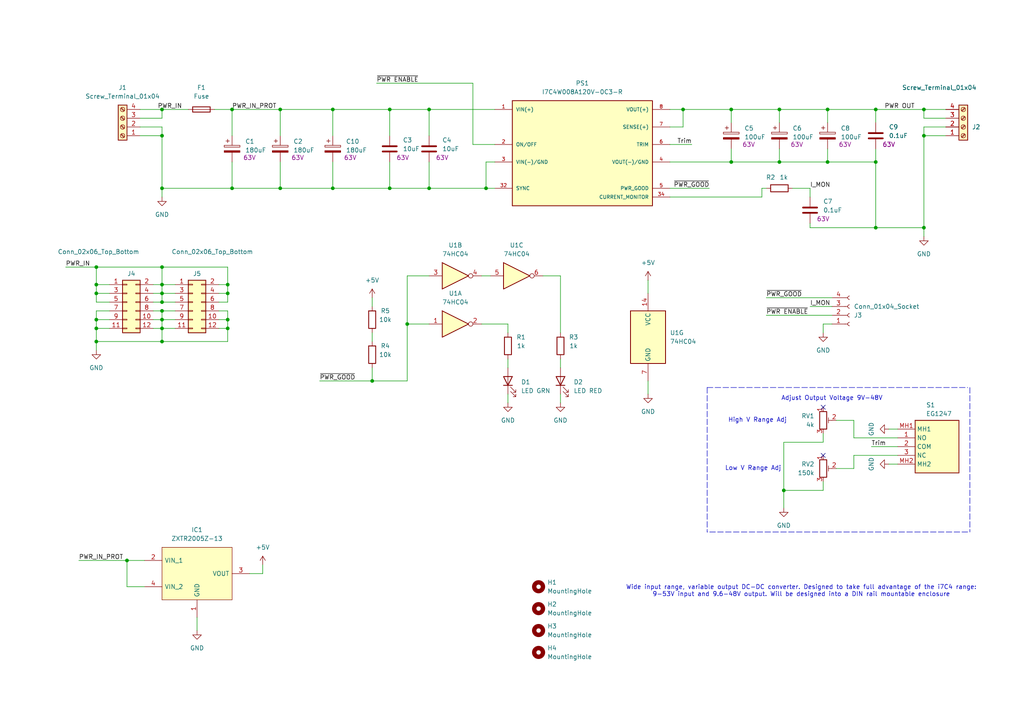
<source format=kicad_sch>
(kicad_sch (version 20231120) (generator "eeschema") (generator_version "8.0")
  (paper "A4")
  (lib_symbols
    (symbol "74xx:74HC04"
      (property "Reference" "U" (at 0 1.27 0))
      (property "Value" "74HC04" (at 0 -1.27 0))
      (symbol "74HC04_1_0"
        (polyline (pts (xy -3.81 3.81) (xy -3.81 -3.81) (xy 3.81 0) (xy -3.81 3.81)) (stroke (width 0.254)) (fill (type background)))
        (pin input line (at -7.62 0 0) (length 3.81) (name "~") (number "1"))
        (pin output inverted (at 7.62 0 180) (length 3.81) (name "~") (number "2"))
      )
      (symbol "74HC04_2_0"
        (polyline (pts (xy -3.81 3.81) (xy -3.81 -3.81) (xy 3.81 0) (xy -3.81 3.81)) (stroke (width 0.254)) (fill (type background)))
        (pin input line (at -7.62 0 0) (length 3.81) (name "~") (number "3"))
        (pin output inverted (at 7.62 0 180) (length 3.81) (name "~") (number "4"))
      )
      (symbol "74HC04_3_0"
        (polyline (pts (xy -3.81 3.81) (xy -3.81 -3.81) (xy 3.81 0) (xy -3.81 3.81)) (stroke (width 0.254)) (fill (type background)))
        (pin input line (at -7.62 0 0) (length 3.81) (name "~") (number "5"))
        (pin output inverted (at 7.62 0 180) (length 3.81) (name "~") (number "6"))
      )
      (symbol "74HC04_4_0"
        (polyline (pts (xy -3.81 3.81) (xy -3.81 -3.81) (xy 3.81 0) (xy -3.81 3.81)) (stroke (width 0.254)) (fill (type background)))
        (pin output inverted (at 7.62 0 180) (length 3.81) (name "~") (number "8"))
        (pin input line (at -7.62 0 0) (length 3.81) (name "~") (number "9"))
      )
      (symbol "74HC04_5_0"
        (polyline (pts (xy -3.81 3.81) (xy -3.81 -3.81) (xy 3.81 0) (xy -3.81 3.81)) (stroke (width 0.254)) (fill (type background)))
        (pin output inverted (at 7.62 0 180) (length 3.81) (name "~") (number "10"))
        (pin input line (at -7.62 0 0) (length 3.81) (name "~") (number "11"))
      )
      (symbol "74HC04_6_0"
        (polyline (pts (xy -3.81 3.81) (xy -3.81 -3.81) (xy 3.81 0) (xy -3.81 3.81)) (stroke (width 0.254)) (fill (type background)))
        (pin output inverted (at 7.62 0 180) (length 3.81) (name "~") (number "12"))
        (pin input line (at -7.62 0 0) (length 3.81) (name "~") (number "13"))
      )
      (symbol "74HC04_7_0"
        (pin power_in line (at 0 12.7 270) (length 5.08) (name "VCC") (number "14"))
        (pin power_in line (at 0 -12.7 90) (length 5.08) (name "GND") (number "7"))
      )
      (symbol "74HC04_7_1"
        (rectangle (start -5.08 7.62) (end 5.08 -7.62) (stroke (width 0.254)) (fill (type background)))
      )
    )
    (symbol "Connector:Conn_01x04_Socket" (pin_names (offset 1.016) hide)
      (property "Reference" "J" (at 0 5.08 0))
      (property "Value" "Conn_01x04_Socket" (at 0 -7.62 0))
      (symbol "Conn_01x04_Socket_1_1"
        (arc (start 0 -4.572) (mid -0.5058 -5.08) (end 0 -5.588) (stroke (width 0.1524)))
        (arc (start 0 -2.032) (mid -0.5058 -2.54) (end 0 -3.048) (stroke (width 0.1524)))
        (polyline (pts (xy -1.27 -5.08) (xy -0.508 -5.08)) (stroke (width 0.1524)))
        (polyline (pts (xy -1.27 -2.54) (xy -0.508 -2.54)) (stroke (width 0.1524)))
        (polyline (pts (xy -1.27 0) (xy -0.508 0)) (stroke (width 0.1524)))
        (polyline (pts (xy -1.27 2.54) (xy -0.508 2.54)) (stroke (width 0.1524)))
        (arc (start 0 0.508) (mid -0.5058 0) (end 0 -0.508) (stroke (width 0.1524)))
        (arc (start 0 3.048) (mid -0.5058 2.54) (end 0 2.032) (stroke (width 0.1524)))
        (pin passive line (at -5.08 2.54 0) (length 3.81) (name "Pin_1") (number "1"))
        (pin passive line (at -5.08 0 0) (length 3.81) (name "Pin_2") (number "2"))
        (pin passive line (at -5.08 -2.54 0) (length 3.81) (name "Pin_3") (number "3"))
        (pin passive line (at -5.08 -5.08 0) (length 3.81) (name "Pin_4") (number "4"))
      )
    )
    (symbol "Connector:Screw_Terminal_01x04" (pin_names (offset 1.016) hide)
      (property "Reference" "J" (at 0 5.08 0))
      (property "Value" "Screw_Terminal_01x04" (at 0 -7.62 0))
      (symbol "Screw_Terminal_01x04_1_1"
        (rectangle (start -1.27 3.81) (end 1.27 -6.35) (stroke (width 0.254)) (fill (type background)))
        (circle (center 0 -5.08) (radius 0.635) (stroke (width 0.1524)))
        (circle (center 0 -2.54) (radius 0.635) (stroke (width 0.1524)))
        (polyline (pts (xy -0.5334 -4.7498) (xy 0.3302 -5.588)) (stroke (width 0.1524)))
        (polyline (pts (xy -0.5334 -2.2098) (xy 0.3302 -3.048)) (stroke (width 0.1524)))
        (polyline (pts (xy -0.5334 0.3302) (xy 0.3302 -0.508)) (stroke (width 0.1524)))
        (polyline (pts (xy -0.5334 2.8702) (xy 0.3302 2.032)) (stroke (width 0.1524)))
        (polyline (pts (xy -0.3556 -4.572) (xy 0.508 -5.4102)) (stroke (width 0.1524)))
        (polyline (pts (xy -0.3556 -2.032) (xy 0.508 -2.8702)) (stroke (width 0.1524)))
        (polyline (pts (xy -0.3556 0.508) (xy 0.508 -0.3302)) (stroke (width 0.1524)))
        (polyline (pts (xy -0.3556 3.048) (xy 0.508 2.2098)) (stroke (width 0.1524)))
        (circle (center 0 0) (radius 0.635) (stroke (width 0.1524)))
        (circle (center 0 2.54) (radius 0.635) (stroke (width 0.1524)))
        (pin passive line (at -5.08 2.54 0) (length 3.81) (name "Pin_1") (number "1"))
        (pin passive line (at -5.08 0 0) (length 3.81) (name "Pin_2") (number "2"))
        (pin passive line (at -5.08 -2.54 0) (length 3.81) (name "Pin_3") (number "3"))
        (pin passive line (at -5.08 -5.08 0) (length 3.81) (name "Pin_4") (number "4"))
      )
    )
    (symbol "Connector_Generic:Conn_02x06_Odd_Even" (pin_names (offset 1.016) hide)
      (property "Reference" "J" (at 1.27 7.62 0))
      (property "Value" "Conn_02x06_Odd_Even" (at 1.27 -10.16 0))
      (symbol "Conn_02x06_Odd_Even_1_1"
        (rectangle (start -1.27 -7.493) (end 0 -7.747) (stroke (width 0.1524)))
        (rectangle (start -1.27 -4.953) (end 0 -5.207) (stroke (width 0.1524)))
        (rectangle (start -1.27 -2.413) (end 0 -2.667) (stroke (width 0.1524)))
        (rectangle (start -1.27 0.127) (end 0 -0.127) (stroke (width 0.1524)))
        (rectangle (start -1.27 2.667) (end 0 2.413) (stroke (width 0.1524)))
        (rectangle (start -1.27 5.207) (end 0 4.953) (stroke (width 0.1524)))
        (rectangle (start -1.27 6.35) (end 3.81 -8.89) (stroke (width 0.254)) (fill (type background)))
        (rectangle (start 3.81 -7.493) (end 2.54 -7.747) (stroke (width 0.1524)))
        (rectangle (start 3.81 -4.953) (end 2.54 -5.207) (stroke (width 0.1524)))
        (rectangle (start 3.81 -2.413) (end 2.54 -2.667) (stroke (width 0.1524)))
        (rectangle (start 3.81 0.127) (end 2.54 -0.127) (stroke (width 0.1524)))
        (rectangle (start 3.81 2.667) (end 2.54 2.413) (stroke (width 0.1524)))
        (rectangle (start 3.81 5.207) (end 2.54 4.953) (stroke (width 0.1524)))
        (pin passive line (at -5.08 5.08 0) (length 3.81) (name "Pin_1") (number "1"))
        (pin passive line (at 7.62 -5.08 180) (length 3.81) (name "Pin_10") (number "10"))
        (pin passive line (at -5.08 -7.62 0) (length 3.81) (name "Pin_11") (number "11"))
        (pin passive line (at 7.62 -7.62 180) (length 3.81) (name "Pin_12") (number "12"))
        (pin passive line (at 7.62 5.08 180) (length 3.81) (name "Pin_2") (number "2"))
        (pin passive line (at -5.08 2.54 0) (length 3.81) (name "Pin_3") (number "3"))
        (pin passive line (at 7.62 2.54 180) (length 3.81) (name "Pin_4") (number "4"))
        (pin passive line (at -5.08 0 0) (length 3.81) (name "Pin_5") (number "5"))
        (pin passive line (at 7.62 0 180) (length 3.81) (name "Pin_6") (number "6"))
        (pin passive line (at -5.08 -2.54 0) (length 3.81) (name "Pin_7") (number "7"))
        (pin passive line (at 7.62 -2.54 180) (length 3.81) (name "Pin_8") (number "8"))
        (pin passive line (at -5.08 -5.08 0) (length 3.81) (name "Pin_9") (number "9"))
      )
    )
    (symbol "Device:C" (pin_numbers hide) (pin_names (offset 0.254))
      (property "Reference" "C" (at 0.635 2.54 0))
      (property "Value" "C" (at 0.635 -2.54 0))
      (symbol "C_0_1"
        (polyline (pts (xy -2.032 -0.762) (xy 2.032 -0.762)) (stroke (width 0.508)))
        (polyline (pts (xy -2.032 0.762) (xy 2.032 0.762)) (stroke (width 0.508)))
      )
      (symbol "C_1_1"
        (pin passive line (at 0 3.81 270) (length 2.794) (name "~") (number "1"))
        (pin passive line (at 0 -3.81 90) (length 2.794) (name "~") (number "2"))
      )
    )
    (symbol "Device:C_Polarized" (pin_numbers hide) (pin_names (offset 0.254))
      (property "Reference" "C" (at 0.635 2.54 0))
      (property "Value" "C_Polarized" (at 0.635 -2.54 0))
      (symbol "C_Polarized_0_1"
        (rectangle (start -2.286 0.508) (end 2.286 1.016))
        (polyline (pts (xy -1.778 2.286) (xy -0.762 2.286)))
        (polyline (pts (xy -1.27 2.794) (xy -1.27 1.778)))
        (rectangle (start 2.286 -0.508) (end -2.286 -1.016) (fill (type outline)))
      )
      (symbol "C_Polarized_1_1"
        (pin passive line (at 0 3.81 270) (length 2.794) (name "~") (number "1"))
        (pin passive line (at 0 -3.81 90) (length 2.794) (name "~") (number "2"))
      )
    )
    (symbol "Device:Fuse" (pin_numbers hide) (pin_names (offset 0))
      (property "Reference" "F" (at 2.032 0 90))
      (property "Value" "Fuse" (at -1.905 0 90))
      (symbol "Fuse_0_1"
        (rectangle (start -0.762 -2.54) (end 0.762 2.54) (stroke (width 0.254)))
        (polyline (pts (xy 0 2.54) (xy 0 -2.54)))
      )
      (symbol "Fuse_1_1"
        (pin passive line (at 0 3.81 270) (length 1.27) (name "~") (number "1"))
        (pin passive line (at 0 -3.81 90) (length 1.27) (name "~") (number "2"))
      )
    )
    (symbol "Device:LED" (pin_numbers hide) (pin_names (offset 1.016) hide)
      (property "Reference" "D" (at 0 2.54 0))
      (property "Value" "LED" (at 0 -2.54 0))
      (symbol "LED_0_1"
        (polyline (pts (xy -1.27 -1.27) (xy -1.27 1.27)) (stroke (width 0.254)))
        (polyline (pts (xy -1.27 0) (xy 1.27 0)))
        (polyline (pts (xy 1.27 -1.27) (xy 1.27 1.27) (xy -1.27 0) (xy 1.27 -1.27)) (stroke (width 0.254)))
        (polyline (pts (xy -3.048 -0.762) (xy -4.572 -2.286) (xy -3.81 -2.286) (xy -4.572 -2.286) (xy -4.572 -1.524)))
        (polyline (pts (xy -1.778 -0.762) (xy -3.302 -2.286) (xy -2.54 -2.286) (xy -3.302 -2.286) (xy -3.302 -1.524)))
      )
      (symbol "LED_1_1"
        (pin passive line (at -3.81 0 0) (length 2.54) (name "K") (number "1"))
        (pin passive line (at 3.81 0 180) (length 2.54) (name "A") (number "2"))
      )
    )
    (symbol "Device:R" (pin_numbers hide) (pin_names (offset 0))
      (property "Reference" "R" (at 2.032 0 90))
      (property "Value" "R" (at 0 0 90))
      (symbol "R_0_1"
        (rectangle (start -1.016 -2.54) (end 1.016 2.54) (stroke (width 0.254)))
      )
      (symbol "R_1_1"
        (pin passive line (at 0 3.81 270) (length 1.27) (name "~") (number "1"))
        (pin passive line (at 0 -3.81 90) (length 1.27) (name "~") (number "2"))
      )
    )
    (symbol "Device:R_Potentiometer_Trim" (pin_names (offset 1.016) hide)
      (property "Reference" "RV" (at -4.445 0 90))
      (property "Value" "R_Potentiometer_Trim" (at -2.54 0 90))
      (symbol "R_Potentiometer_Trim_0_1"
        (polyline (pts (xy 1.524 0.762) (xy 1.524 -0.762)))
        (polyline (pts (xy 2.54 0) (xy 1.524 0)))
        (rectangle (start 1.016 2.54) (end -1.016 -2.54) (stroke (width 0.254)))
      )
      (symbol "R_Potentiometer_Trim_1_1"
        (pin passive line (at 0 3.81 270) (length 1.27) (name "1") (number "1"))
        (pin passive line (at 3.81 0 180) (length 1.27) (name "2") (number "2"))
        (pin passive line (at 0 -3.81 90) (length 1.27) (name "3") (number "3"))
      )
    )
    (symbol "GND_14" (power) (pin_names (offset 0))
      (property "Value" "GND_14" (at 0 -3.81 0))
      (symbol "GND_14_0_1"
        (polyline (pts (xy 0 0) (xy 0 -1.27) (xy 1.27 -1.27) (xy 0 -2.54) (xy -1.27 -1.27) (xy 0 -1.27)))
      )
      (symbol "GND_14_1_1"
        (pin power_in line (at 0 0 270) (length 0) hide (name "GND") (number "1"))
      )
    )
    (symbol "Mechanical:MountingHole" (pin_names (offset 1.016)) (exclude_from_sim yes) (in_bom no)
      (property "Reference" "H" (at 0 5.08 0))
      (property "Value" "MountingHole" (at 0 3.175 0))
      (symbol "MountingHole_0_1"
        (circle (center 0 0) (radius 1.27) (stroke (width 1.27)))
      )
    )
    (symbol "PSA:EG1247"
      (property "Reference" "S" (at 19.05 7.62 0))
      (property "Value" "EG1247" (at 19.05 5.08 0))
      (symbol "EG1247_1_1"
        (rectangle (start 5.08 2.54) (end 17.78 -12.7) (stroke (width 0.254)) (fill (type background)))
        (pin passive line (at 0 -2.54 0) (length 5.08) (name "NO") (number "1"))
        (pin passive line (at 0 -5.08 0) (length 5.08) (name "COM") (number "2"))
        (pin passive line (at 0 -7.62 0) (length 5.08) (name "NC") (number "3"))
        (pin passive line (at 0 0 0) (length 5.08) (name "MH1") (number "MH1"))
        (pin passive line (at 0 -10.16 0) (length 5.08) (name "MH2") (number "MH2"))
      )
    )
    (symbol "PSA:ZXTR2005Z-13" (pin_names (offset 0.762))
      (property "Reference" "IC" (at 13.716 11.938 0))
      (property "Value" "ZXTR2005Z-13" (at 8.128 9.144 0))
      (symbol "ZXTR2005Z-13_0_0"
        (pin passive line (at 15.24 -12.7 90) (length 5.08) (name "GND") (number "1"))
        (pin passive line (at 0 3.81 0) (length 5.08) (name "VIN_1") (number "2"))
        (pin passive line (at 30.48 0 180) (length 5.08) (name "VOUT") (number "3"))
        (pin passive line (at 0 -3.81 0) (length 5.08) (name "VIN_2") (number "4"))
      )
      (symbol "ZXTR2005Z-13_1_1"
        (rectangle (start 5.08 7.62) (end 25.4 -7.62) (fill (type background)))
      )
    )
    (symbol "SMB:I7C4W008A120V-0C3-R" (pin_names (offset 1.016))
      (property "Reference" "PS" (at -20.32 16.002 0))
      (property "Value" "I7C4W008A120V-0C3-R" (at -20.32 -17.78 0))
      (symbol "I7C4W008A120V-0C3-R_0_0"
        (rectangle (start -20.32 -15.24) (end 20.32 15.24) (stroke (width 0.254)) (fill (type background)))
        (pin input line (at -25.4 12.7 0) (length 5.08) (name "VIN(+)") (number "1"))
        (pin input line (at -25.4 2.54 0) (length 5.08) (name "ON/OFF") (number "2"))
        (pin passive line (at -25.4 -2.54 0) (length 5.08) (name "VIN(-)/GND") (number "3"))
        (pin passive line (at -25.4 -10.16 0) (length 5.08) (name "SYNC") (number "32"))
        (pin passive line (at 25.4 -12.7 180) (length 5.08) (name "CURRENT_MONITOR") (number "34"))
        (pin passive line (at 25.4 -2.54 180) (length 5.08) (name "VOUT(-)/GND") (number "4"))
        (pin passive line (at 25.4 -10.16 180) (length 5.08) (name "PWR_GOOD") (number "5"))
        (pin passive line (at 25.4 2.54 180) (length 5.08) (name "TRIM") (number "6"))
        (pin passive line (at 25.4 7.62 180) (length 5.08) (name "SENSE(+)") (number "7"))
        (pin output line (at 25.4 12.7 180) (length 5.08) (name "VOUT(+)") (number "8"))
      )
    )
    (symbol "power:+5V" (power) (pin_numbers hide) (pin_names (offset 0) hide)
      (property "Value" "+5V" (at 0 3.556 0))
      (symbol "+5V_0_1"
        (polyline (pts (xy -0.762 1.27) (xy 0 2.54)))
        (polyline (pts (xy 0 0) (xy 0 2.54)))
        (polyline (pts (xy 0 2.54) (xy 0.762 1.27)))
      )
      (symbol "+5V_1_1"
        (pin power_in line (at 0 0 90) (length 0) (name "~") (number "1"))
      )
    )
    (symbol "power:GND" (power) (pin_names (offset 0))
      (property "Value" "GND" (at 0 -3.81 0))
      (symbol "GND_0_1"
        (polyline (pts (xy 0 0) (xy 0 -1.27) (xy 1.27 -1.27) (xy 0 -2.54) (xy -1.27 -1.27) (xy 0 -1.27)))
      )
      (symbol "GND_1_1"
        (pin power_in line (at 0 0 270) (length 0) hide (name "GND") (number "1"))
      )
    )
  )
  (junction (at 118.11 93.98))
  (junction (at 254 46.99))
  (junction (at 46.99 92.71))
  (junction (at 66.04 85.09))
  (junction (at 67.31 54.61))
  (junction (at 27.94 77.47))
  (junction (at 124.46 31.75))
  (junction (at 67.31 31.75))
  (junction (at 46.99 87.63))
  (junction (at 113.03 54.61))
  (junction (at 240.03 31.75))
  (junction (at 107.95 110.49))
  (junction (at 46.99 85.09))
  (junction (at 27.94 99.06))
  (junction (at 46.99 54.61))
  (junction (at 46.99 39.37))
  (junction (at 27.94 92.71))
  (junction (at 27.94 82.55))
  (junction (at 254 66.04))
  (junction (at 66.04 82.55))
  (junction (at 27.94 95.25))
  (junction (at 66.04 95.25))
  (junction (at 36.83 162.56))
  (junction (at 81.28 54.61))
  (junction (at 254 31.75))
  (junction (at 27.94 85.09))
  (junction (at 46.99 95.25))
  (junction (at 226.06 46.99))
  (junction (at 140.97 54.61))
  (junction (at 240.03 46.99))
  (junction (at 267.97 39.37))
  (junction (at 124.46 54.61))
  (junction (at 46.99 77.47))
  (junction (at 227.33 142.24))
  (junction (at 46.99 90.17))
  (junction (at 212.09 31.75))
  (junction (at 198.12 31.75))
  (junction (at 96.52 31.75))
  (junction (at 46.99 31.75))
  (junction (at 81.28 31.75))
  (junction (at 212.09 46.99))
  (junction (at 267.97 66.04))
  (junction (at 267.97 31.75))
  (junction (at 46.99 99.06))
  (junction (at 46.99 82.55))
  (junction (at 96.52 54.61))
  (junction (at 226.06 31.75))
  (junction (at 113.03 31.75))
  (junction (at 66.04 92.71))
  (no_connect (at 238.76 132.08))
  (no_connect (at 317.5 99.06))
  (no_connect (at 317.5 119.38))
  (no_connect (at 238.76 118.11))
  (no_connect (at 302.26 120.65))
  (no_connect (at 302.26 99.06))
  (no_connect (at 317.5 110.49))
  (no_connect (at 302.26 110.49))
  (wire (pts (xy 267.97 31.75) (xy 274.32 31.75)))
  (wire (pts (xy 118.11 110.49) (xy 118.11 93.98)))
  (wire (pts (xy 46.99 92.71) (xy 46.99 95.25)))
  (wire (pts (xy 27.94 92.71) (xy 31.75 92.71)))
  (wire (pts (xy 222.25 86.36) (xy 241.3 86.36)))
  (wire (pts (xy 267.97 36.83) (xy 267.97 39.37)))
  (wire (pts (xy 147.32 104.14) (xy 147.32 106.68)))
  (wire (pts (xy 66.04 82.55) (xy 66.04 85.09)))
  (wire (pts (xy 247.65 132.08) (xy 260.35 132.08)))
  (wire (pts (xy 46.99 99.06) (xy 66.04 99.06)))
  (wire (pts (xy 46.99 77.47) (xy 66.04 77.47)))
  (wire (pts (xy 22.86 162.56) (xy 36.83 162.56)))
  (wire (pts (xy 212.09 31.75) (xy 212.09 35.56)))
  (wire (pts (xy 44.45 90.17) (xy 46.99 90.17)))
  (wire (pts (xy 92.71 110.49) (xy 107.95 110.49)))
  (wire (pts (xy 118.11 93.98) (xy 124.46 93.98)))
  (wire (pts (xy 46.99 31.75) (xy 54.61 31.75)))
  (polyline (pts (xy 281.305 112.395) (xy 281.305 154.305)) (stroke (width 0) (type dash)))
  (wire (pts (xy 46.99 87.63) (xy 44.45 87.63)))
  (wire (pts (xy 96.52 46.99) (xy 96.52 54.61)))
  (wire (pts (xy 254 31.75) (xy 254 35.56)))
  (wire (pts (xy 40.64 36.83) (xy 46.99 36.83)))
  (wire (pts (xy 66.04 87.63) (xy 63.5 87.63)))
  (wire (pts (xy 137.16 24.13) (xy 137.16 41.91)))
  (wire (pts (xy 234.95 64.77) (xy 234.95 66.04)))
  (wire (pts (xy 63.5 82.55) (xy 66.04 82.55)))
  (polyline (pts (xy 205.105 112.395) (xy 205.105 154.305)) (stroke (width 0) (type dash)))
  (wire (pts (xy 63.5 90.17) (xy 66.04 90.17)))
  (wire (pts (xy 240.03 46.99) (xy 254 46.99)))
  (wire (pts (xy 40.64 39.37) (xy 46.99 39.37)))
  (wire (pts (xy 124.46 80.01) (xy 118.11 80.01)))
  (wire (pts (xy 46.99 82.55) (xy 46.99 85.09)))
  (wire (pts (xy 247.65 127) (xy 260.35 127)))
  (wire (pts (xy 27.94 77.47) (xy 27.94 82.55)))
  (wire (pts (xy 220.98 54.61) (xy 220.98 57.15)))
  (polyline (pts (xy 280.67 154.305) (xy 205.105 154.305)) (stroke (width 0) (type dash)))
  (wire (pts (xy 107.95 110.49) (xy 107.95 106.68)))
  (wire (pts (xy 46.99 77.47) (xy 46.99 82.55)))
  (wire (pts (xy 124.46 54.61) (xy 140.97 54.61)))
  (wire (pts (xy 50.8 82.55) (xy 46.99 82.55)))
  (wire (pts (xy 66.04 95.25) (xy 66.04 99.06)))
  (wire (pts (xy 140.97 46.99) (xy 140.97 54.61)))
  (wire (pts (xy 267.97 66.04) (xy 254 66.04)))
  (wire (pts (xy 57.15 179.07) (xy 57.15 182.88)))
  (wire (pts (xy 46.99 99.06) (xy 46.99 95.25)))
  (wire (pts (xy 63.5 95.25) (xy 66.04 95.25)))
  (wire (pts (xy 27.94 95.25) (xy 31.75 95.25)))
  (wire (pts (xy 46.99 90.17) (xy 50.8 90.17)))
  (wire (pts (xy 44.45 85.09) (xy 46.99 85.09)))
  (wire (pts (xy 81.28 54.61) (xy 96.52 54.61)))
  (wire (pts (xy 41.91 170.18) (xy 36.83 170.18)))
  (wire (pts (xy 229.87 54.61) (xy 234.95 54.61)))
  (wire (pts (xy 36.83 170.18) (xy 36.83 162.56)))
  (wire (pts (xy 27.94 101.6) (xy 27.94 99.06)))
  (wire (pts (xy 162.56 80.01) (xy 162.56 96.52)))
  (wire (pts (xy 162.56 104.14) (xy 162.56 106.68)))
  (wire (pts (xy 234.95 66.04) (xy 254 66.04)))
  (wire (pts (xy 274.32 36.83) (xy 267.97 36.83)))
  (wire (pts (xy 46.99 54.61) (xy 46.99 57.15)))
  (wire (pts (xy 212.09 31.75) (xy 226.06 31.75)))
  (wire (pts (xy 234.95 88.9) (xy 241.3 88.9)))
  (wire (pts (xy 107.95 96.52) (xy 107.95 99.06)))
  (wire (pts (xy 46.99 54.61) (xy 67.31 54.61)))
  (wire (pts (xy 27.94 95.25) (xy 27.94 92.71)))
  (wire (pts (xy 27.94 85.09) (xy 27.94 87.63)))
  (wire (pts (xy 257.81 134.62) (xy 260.35 134.62)))
  (wire (pts (xy 234.95 54.61) (xy 234.95 57.15)))
  (wire (pts (xy 46.99 92.71) (xy 50.8 92.71)))
  (wire (pts (xy 46.99 87.63) (xy 50.8 87.63)))
  (wire (pts (xy 113.03 54.61) (xy 124.46 54.61)))
  (wire (pts (xy 66.04 77.47) (xy 66.04 82.55)))
  (wire (pts (xy 254 46.99) (xy 254 66.04)))
  (wire (pts (xy 162.56 114.3) (xy 162.56 116.84)))
  (wire (pts (xy 50.8 85.09) (xy 46.99 85.09)))
  (wire (pts (xy 46.99 36.83) (xy 46.99 39.37)))
  (wire (pts (xy 240.03 31.75) (xy 240.03 35.56)))
  (wire (pts (xy 46.99 85.09) (xy 46.99 87.63)))
  (wire (pts (xy 226.06 43.18) (xy 226.06 46.99)))
  (wire (pts (xy 96.52 54.61) (xy 113.03 54.61)))
  (wire (pts (xy 63.5 92.71) (xy 66.04 92.71)))
  (wire (pts (xy 240.03 31.75) (xy 254 31.75)))
  (wire (pts (xy 226.06 31.75) (xy 226.06 35.56)))
  (wire (pts (xy 194.31 46.99) (xy 212.09 46.99)))
  (wire (pts (xy 81.28 46.99) (xy 81.28 54.61)))
  (wire (pts (xy 137.16 41.91) (xy 143.51 41.91)))
  (wire (pts (xy 254 43.18) (xy 254 46.99)))
  (wire (pts (xy 139.7 80.01) (xy 142.24 80.01)))
  (wire (pts (xy 238.76 128.27) (xy 227.33 128.27)))
  (wire (pts (xy 143.51 54.61) (xy 140.97 54.61)))
  (wire (pts (xy 247.65 121.92) (xy 247.65 127)))
  (wire (pts (xy 27.94 90.17) (xy 31.75 90.17)))
  (wire (pts (xy 27.94 85.09) (xy 27.94 82.55)))
  (wire (pts (xy 44.45 95.25) (xy 46.99 95.25)))
  (wire (pts (xy 227.33 147.32) (xy 227.33 142.24)))
  (wire (pts (xy 194.31 31.75) (xy 198.12 31.75)))
  (wire (pts (xy 187.96 110.49) (xy 187.96 114.3)))
  (wire (pts (xy 238.76 96.52) (xy 238.76 93.98)))
  (wire (pts (xy 267.97 66.04) (xy 267.97 68.58)))
  (wire (pts (xy 194.31 54.61) (xy 205.74 54.61)))
  (wire (pts (xy 220.98 54.61) (xy 222.25 54.61)))
  (wire (pts (xy 81.28 31.75) (xy 96.52 31.75)))
  (wire (pts (xy 113.03 46.99) (xy 113.03 54.61)))
  (wire (pts (xy 124.46 46.99) (xy 124.46 54.61)))
  (wire (pts (xy 226.06 46.99) (xy 240.03 46.99)))
  (wire (pts (xy 212.09 46.99) (xy 226.06 46.99)))
  (wire (pts (xy 267.97 39.37) (xy 267.97 66.04)))
  (wire (pts (xy 267.97 39.37) (xy 274.32 39.37)))
  (wire (pts (xy 31.75 85.09) (xy 27.94 85.09)))
  (wire (pts (xy 187.96 81.28) (xy 187.96 85.09)))
  (wire (pts (xy 46.99 90.17) (xy 46.99 92.71)))
  (wire (pts (xy 109.22 24.13) (xy 137.16 24.13)))
  (wire (pts (xy 76.2 163.83) (xy 76.2 166.37)))
  (wire (pts (xy 40.64 31.75) (xy 46.99 31.75)))
  (wire (pts (xy 19.05 77.47) (xy 27.94 77.47)))
  (wire (pts (xy 27.94 99.06) (xy 27.94 95.25)))
  (wire (pts (xy 147.32 114.3) (xy 147.32 116.84)))
  (wire (pts (xy 147.32 93.98) (xy 147.32 96.52)))
  (wire (pts (xy 226.06 31.75) (xy 240.03 31.75)))
  (wire (pts (xy 27.94 99.06) (xy 46.99 99.06)))
  (wire (pts (xy 247.65 135.89) (xy 247.65 132.08)))
  (wire (pts (xy 113.03 31.75) (xy 124.46 31.75)))
  (wire (pts (xy 81.28 31.75) (xy 81.28 39.37)))
  (wire (pts (xy 274.32 34.29) (xy 267.97 34.29)))
  (wire (pts (xy 46.99 95.25) (xy 50.8 95.25)))
  (wire (pts (xy 67.31 31.75) (xy 67.31 39.37)))
  (wire (pts (xy 27.94 92.71) (xy 27.94 90.17)))
  (wire (pts (xy 194.31 57.15) (xy 220.98 57.15)))
  (wire (pts (xy 44.45 92.71) (xy 46.99 92.71)))
  (wire (pts (xy 67.31 54.61) (xy 81.28 54.61)))
  (wire (pts (xy 267.97 34.29) (xy 267.97 31.75)))
  (wire (pts (xy 31.75 82.55) (xy 27.94 82.55)))
  (wire (pts (xy 40.64 34.29) (xy 46.99 34.29)))
  (wire (pts (xy 27.94 87.63) (xy 31.75 87.63)))
  (wire (pts (xy 254 31.75) (xy 267.97 31.75)))
  (wire (pts (xy 46.99 39.37) (xy 46.99 54.61)))
  (wire (pts (xy 238.76 125.73) (xy 238.76 128.27)))
  (wire (pts (xy 200.66 41.91) (xy 194.31 41.91)))
  (wire (pts (xy 252.73 129.54) (xy 260.35 129.54)))
  (wire (pts (xy 66.04 85.09) (xy 66.04 87.63)))
  (wire (pts (xy 139.7 93.98) (xy 147.32 93.98)))
  (wire (pts (xy 66.04 90.17) (xy 66.04 92.71)))
  (wire (pts (xy 240.03 43.18) (xy 240.03 46.99)))
  (wire (pts (xy 143.51 46.99) (xy 140.97 46.99)))
  (wire (pts (xy 222.25 91.44) (xy 241.3 91.44)))
  (wire (pts (xy 242.57 121.92) (xy 247.65 121.92)))
  (wire (pts (xy 227.33 142.24) (xy 238.76 142.24)))
  (wire (pts (xy 36.83 162.56) (xy 41.91 162.56)))
  (wire (pts (xy 96.52 31.75) (xy 96.52 39.37)))
  (wire (pts (xy 124.46 31.75) (xy 143.51 31.75)))
  (wire (pts (xy 227.33 128.27) (xy 227.33 142.24)))
  (wire (pts (xy 242.57 135.89) (xy 247.65 135.89)))
  (wire (pts (xy 257.81 124.46) (xy 260.35 124.46)))
  (wire (pts (xy 124.46 31.75) (xy 124.46 39.37)))
  (wire (pts (xy 238.76 139.7) (xy 238.76 142.24)))
  (wire (pts (xy 194.31 36.83) (xy 198.12 36.83)))
  (wire (pts (xy 46.99 34.29) (xy 46.99 31.75)))
  (wire (pts (xy 118.11 80.01) (xy 118.11 93.98)))
  (wire (pts (xy 27.94 77.47) (xy 46.99 77.47)))
  (wire (pts (xy 67.31 46.99) (xy 67.31 54.61)))
  (wire (pts (xy 67.31 31.75) (xy 81.28 31.75)))
  (wire (pts (xy 62.23 31.75) (xy 67.31 31.75)))
  (polyline (pts (xy 205.105 112.395) (xy 280.67 112.395)) (stroke (width 0) (type dash)))
  (wire (pts (xy 76.2 166.37) (xy 72.39 166.37)))
  (wire (pts (xy 198.12 36.83) (xy 198.12 31.75)))
  (wire (pts (xy 96.52 31.75) (xy 113.03 31.75)))
  (wire (pts (xy 44.45 82.55) (xy 46.99 82.55)))
  (wire (pts (xy 107.95 86.36) (xy 107.95 88.9)))
  (wire (pts (xy 238.76 93.98) (xy 241.3 93.98)))
  (wire (pts (xy 63.5 85.09) (xy 66.04 85.09)))
  (wire (pts (xy 113.03 31.75) (xy 113.03 39.37)))
  (wire (pts (xy 157.48 80.01) (xy 162.56 80.01)))
  (wire (pts (xy 66.04 92.71) (xy 66.04 95.25)))
  (wire (pts (xy 107.95 110.49) (xy 118.11 110.49)))
  (wire (pts (xy 198.12 31.75) (xy 212.09 31.75)))
  (wire (pts (xy 212.09 43.18) (xy 212.09 46.99)))
  (text "Adjust Output Voltage 9V-48V" (at 241.3 115.57 0) (effects (font (size 1.27 1.27))))
  (text "High V Range Adj" (at 219.71 121.92 0) (effects (font (size 1.27 1.27))))
  (text "Low V Range Adj" (at 218.44 135.89 0) (effects (font (size 1.27 1.27))))
  (text "Wide input range, variable output DC-DC converter. Designed to take full advantage of the i7C4 range:\n9-53V input and 9.6-48V output. Will be designed into a DIN rail mountable enclosure" (at 232.41 171.45 0) (effects (font (size 1.27 1.27))))
  (label "PWR OUT" (at 256.54 31.75 0))
  (label "~{PWR_GOOD}" (at 92.71 110.49 0))
  (label "~{PWR_GOOD}" (at 205.74 54.61 180))
  (label "~{PWR_GOOD}" (at 222.25 86.36 0))
  (label "I_MON" (at 234.95 88.9 0))
  (label "PWR_IN" (at 45.72 31.75 0))
  (label "Trim" (at 200.66 41.91 180))
  (label "I_MON" (at 234.95 54.61 0))
  (label "PWR_IN_PROT" (at 67.31 31.75 0))
  (label "PWR_IN" (at 19.05 77.47 0))
  (label "~{PWR ENABLE}" (at 222.25 91.44 0))
  (label "~{PWR ENABLE}" (at 109.22 24.13 0))
  (label "Trim" (at 252.73 129.54 0))
  (label "PWR_IN_PROT" (at 22.86 162.56 0))
  (symbol (lib_id "74xx:74HC04") (at 309.88 120.65 0) (unit 6)
    (property "Reference" "U1" (at 309.88 111.76 0))
    (property "Value" "74HC04" (at 309.88 114.3 0))
    (property "Footprint" "Package_SO:SOIC-14-16_3.9x9.9mm_P1.27mm" (effects (hide yes)))
    (property "Datasheet" "https://assets.nexperia.com/documents/data-sheet/74HC_HCT04.pdf" (effects (hide yes)))
    (property "Description" "Hex Inverter" (effects (hide yes)))
  )
  (symbol (lib_id "74xx:74HC04") (at 149.86 80.01 0) (unit 3)
    (property "Reference" "U1" (at 149.86 71.12 0))
    (property "Value" "74HC04" (at 149.86 73.66 0))
    (property "Footprint" "Package_SO:SOIC-14-16_3.9x9.9mm_P1.27mm" (effects (hide yes)))
    (property "Datasheet" "https://assets.nexperia.com/documents/data-sheet/74HC_HCT04.pdf" (effects (hide yes)))
    (property "Description" "Hex Inverter" (effects (hide yes)))
  )
  (symbol (lib_id "SMB:I7C4W008A120V-0C3-R") (at 168.91 44.45 0) (unit 1)
    (property "Reference" "PS1" (at 168.91 24.13 0))
    (property "Value" "I7C4W008A120V-0C3-R" (at 168.91 26.67 0))
    (property "Footprint" "PSA:CONV_I7C4W008A120V-0C3-R" (effects (hide yes)))
    (property "MAXIMUM_PACKAGE_HEIGHT" "13.5 mm" (effects (hide yes)))
    (property "STANDARD" "Manufacturer Recommendations" (effects (hide yes)))
    (property "SNAPEDA_PN" "i7C4W012A050V-0C3-R" (effects (hide yes)))
    (property "MANUFACTURER" "TDK" (effects (hide yes)))
    (property "REV" "6" (effects (hide yes)))
  )
  (symbol (lib_id "Device:R") (at 107.95 92.71 180) (unit 1)
    (property "Reference" "R5" (at 111.76 90.17 0))
    (property "Value" "10k" (at 111.76 92.71 0))
    (property "Footprint" "Resistor_SMD:R_1206_3216Metric" (effects (hide yes)))
  )
  (symbol (lib_id "PSA:ZXTR2005Z-13") (at 41.91 166.37 0) (unit 1)
    (property "Reference" "IC1" (at 57.15 153.67 0))
    (property "Value" "ZXTR2005Z-13" (at 57.15 156.21 0))
    (property "Footprint" "PSA:AZ7042RTRG1" (effects (hide yes)))
    (property "Datasheet" "https://www.diodes.com//assets/Datasheets/ZXTR2005Z.pdf" (effects (hide yes)))
    (property "Description" "Diodes Inc ZXTR2005Z-13, Single Linear Voltage Regulator, 38mA 5 V, +/-10%, 3-Pin SOT-89" (effects (hide yes)))
    (property "Height" "1.6" (effects (hide yes)))
    (property "Mouser Part Number" "621-ZXTR2005Z-13" (effects (hide yes)))
    (property "Mouser Price/Stock" "https://www.mouser.co.uk/ProductDetail/Diodes-Incorporated/ZXTR2005Z-13?qs=4cvVuxysOtWSZsjakNG7Qg%3D%3D" (effects (hide yes)))
    (property "Manufacturer_Name" "Diodes Incorporated" (effects (hide yes)))
    (property "Manufacturer_Part_Number" "ZXTR2005Z-13" (effects (hide yes)))
  )
  (symbol (lib_id "Device:C_Polarized") (at 212.09 39.37 0) (unit 1)
    (property "Reference" "C5" (at 215.9 37.2109 0) (effects (justify left)))
    (property "Value" "100uF" (at 215.9 39.7509 0) (effects (justify left)))
    (property "Footprint" "Capacitor_SMD:CP_Elec_10x12.6" (effects (hide yes)))
    (property "Voltage" "63V" (at 217.17 41.91 0))
  )
  (symbol (lib_id "Device:R") (at 162.56 100.33 180) (unit 1)
    (property "Reference" "R3" (at 166.37 97.79 0))
    (property "Value" "1k" (at 166.37 100.33 0))
    (property "Footprint" "Resistor_SMD:R_1206_3216Metric" (effects (hide yes)))
  )
  (symbol (lib_id "Mechanical:MountingHole") (at 156.21 170.18 0) (unit 1) (exclude_from_sim yes) (in_bom no)
    (property "Reference" "H1" (at 158.75 168.9099 0) (effects (justify left)))
    (property "Value" "MountingHole" (at 158.75 171.4499 0) (effects (justify left)))
    (property "Footprint" "MountingHole:MountingHole_3.2mm_M3_DIN965" (effects (hide yes)))
    (property "Description" "Mounting Hole without connection" (effects (hide yes)))
  )
  (symbol (lib_name "GND_14") (lib_id "power:GND") (at 257.81 134.62 270) (unit 1)
    (property "Reference" "#PWR012" (effects (hide yes)))
    (property "Value" "GND" (at 252.73 134.62 0))
  )
  (symbol (lib_id "Device:R") (at 226.06 54.61 270) (unit 1)
    (property "Reference" "R2" (at 223.52 51.435 90))
    (property "Value" "1k" (at 227.33 51.435 90))
    (property "Footprint" "Resistor_SMD:R_1206_3216Metric" (effects (hide yes)))
  )
  (symbol (lib_id "74xx:74HC04") (at 132.08 93.98 0) (unit 1)
    (property "Reference" "U1" (at 132.08 85.09 0))
    (property "Value" "74HC04" (at 132.08 87.63 0))
    (property "Footprint" "Package_SO:SOIC-14-16_3.9x9.9mm_P1.27mm" (effects (hide yes)))
    (property "Datasheet" "https://assets.nexperia.com/documents/data-sheet/74HC_HCT04.pdf" (effects (hide yes)))
    (property "Description" "Hex Inverter" (effects (hide yes)))
  )
  (symbol (lib_id "power:GND") (at 46.99 57.15 0) (unit 1)
    (property "Reference" "#PWR01" (effects (hide yes)))
    (property "Value" "GND" (at 46.99 62.23 0))
  )
  (symbol (lib_id "Device:C") (at 124.46 43.18 0) (unit 1)
    (property "Reference" "C4" (at 128.27 40.6399 0) (effects (justify left)))
    (property "Value" "10uF" (at 128.27 43.1799 0) (effects (justify left)))
    (property "Footprint" "Capacitor_SMD:C_1210_3225Metric" (effects (hide yes)))
    (property "Voltage" "63V" (at 128.27 45.72 0))
  )
  (symbol (lib_id "74xx:74HC04") (at 309.88 110.49 0) (unit 5)
    (property "Reference" "U1" (at 309.88 101.6 0))
    (property "Value" "74HC04" (at 309.88 104.14 0))
    (property "Footprint" "Package_SO:SOIC-14-16_3.9x9.9mm_P1.27mm" (effects (hide yes)))
    (property "Datasheet" "https://assets.nexperia.com/documents/data-sheet/74HC_HCT04.pdf" (effects (hide yes)))
    (property "Description" "Hex Inverter" (effects (hide yes)))
  )
  (symbol (lib_id "Device:R_Potentiometer_Trim") (at 238.76 121.92 0) (unit 1)
    (property "Reference" "RV1" (at 236.22 120.6499 0) (effects (justify right)))
    (property "Value" "4k" (at 236.22 123.1899 0) (effects (justify right)))
    (property "Footprint" "PSA:3009P1154LF" (effects (hide yes)))
    (property "Description" "Trim-potentiometer" (effects (hide yes)))
  )
  (symbol (lib_id "Device:C_Polarized") (at 96.52 43.18 0) (unit 1)
    (property "Reference" "C10" (at 100.33 41.0209 0) (effects (justify left)))
    (property "Value" "180uF" (at 100.33 43.5609 0) (effects (justify left)))
    (property "Footprint" "Capacitor_SMD:CP_Elec_10x12.6" (effects (hide yes)))
    (property "Voltage" "63V" (at 101.6 45.72 0))
  )
  (symbol (lib_id "Connector:Conn_01x04_Socket") (at 246.38 91.44 0) (mirror x) (unit 1)
    (property "Reference" "J3" (at 247.65 91.4401 0) (effects (justify left)))
    (property "Value" "Conn_01x04_Socket" (at 247.65 88.9001 0) (effects (justify left)))
    (property "Footprint" "PSA:PHOENIX_1803293" (effects (hide yes)))
    (property "Description" "Generic connector, single row, 01x04, script generated" (effects (hide yes)))
  )
  (symbol (lib_id "power:+5V") (at 107.95 86.36 0) (unit 1)
    (property "Reference" "#PWR08" (effects (hide yes)))
    (property "Value" "+5V" (at 107.95 81.28 0))
    (property "Description" "Power symbol creates a global label with name \"+5V\"" (effects (hide yes)))
  )
  (symbol (lib_id "Device:R_Potentiometer_Trim") (at 238.76 135.89 0) (unit 1)
    (property "Reference" "RV2" (at 236.22 134.6199 0) (effects (justify right)))
    (property "Value" "150k" (at 236.22 137.1599 0) (effects (justify right)))
    (property "Footprint" "PSA:3009P1154LF" (effects (hide yes)))
    (property "Description" "Trim-potentiometer" (effects (hide yes)))
  )
  (symbol (lib_id "Device:C_Polarized") (at 226.06 39.37 0) (unit 1)
    (property "Reference" "C6" (at 229.87 37.2109 0) (effects (justify left)))
    (property "Value" "100uF" (at 229.87 39.7509 0) (effects (justify left)))
    (property "Footprint" "Capacitor_SMD:CP_Elec_10x12.6" (effects (hide yes)))
    (property "Voltage" "63V" (at 231.14 41.91 0))
  )
  (symbol (lib_id "Connector:Screw_Terminal_01x04") (at 35.56 36.83 180) (unit 1)
    (property "Reference" "J1" (at 35.56 25.4 0))
    (property "Value" "Screw_Terminal_01x04" (at 35.56 27.94 0))
    (property "Footprint" "PSA:PHOENIX_2907774" (effects (hide yes)))
    (property "Description" "Generic screw terminal, single row, 01x04, script generated (kicad-library-utils/schlib/autogen/connector/)" (effects (hide yes)))
  )
  (symbol (lib_id "Connector:Screw_Terminal_01x04") (at 279.4 36.83 0) (mirror x) (unit 1)
    (property "Reference" "J2" (at 281.94 36.8301 0) (effects (justify left)))
    (property "Value" "Screw_Terminal_01x04" (at 261.62 25.4001 0) (effects (justify left)))
    (property "Footprint" "PSA:PHOENIX_2907787" (effects (hide yes)))
    (property "Description" "Generic screw terminal, single row, 01x04, script generated (kicad-library-utils/schlib/autogen/connector/)" (effects (hide yes)))
  )
  (symbol (lib_id "Device:C") (at 254 39.37 0) (unit 1)
    (property "Reference" "C9" (at 257.81 36.8299 0) (effects (justify left)))
    (property "Value" "0.1uF" (at 257.81 39.3699 0) (effects (justify left)))
    (property "Footprint" "Capacitor_SMD:C_1206_3216Metric" (effects (hide yes)))
    (property "Voltage" "63V" (at 257.81 41.91 0))
  )
  (symbol (lib_id "Mechanical:MountingHole") (at 156.21 182.88 0) (unit 1) (exclude_from_sim yes) (in_bom no)
    (property "Reference" "H3" (at 158.75 181.6099 0) (effects (justify left)))
    (property "Value" "MountingHole" (at 158.75 184.1499 0) (effects (justify left)))
    (property "Footprint" "MountingHole:MountingHole_3.2mm_M3_DIN965" (effects (hide yes)))
    (property "Description" "Mounting Hole without connection" (effects (hide yes)))
  )
  (symbol (lib_id "Device:C_Polarized") (at 240.03 39.37 0) (unit 1)
    (property "Reference" "C8" (at 243.84 37.2109 0) (effects (justify left)))
    (property "Value" "100uF" (at 243.84 39.7509 0) (effects (justify left)))
    (property "Footprint" "Capacitor_SMD:CP_Elec_10x12.6" (effects (hide yes)))
    (property "Voltage" "63V" (at 245.11 41.91 0))
  )
  (symbol (lib_id "Mechanical:MountingHole") (at 156.21 176.53 0) (unit 1) (exclude_from_sim yes) (in_bom no)
    (property "Reference" "H2" (at 158.75 175.2599 0) (effects (justify left)))
    (property "Value" "MountingHole" (at 158.75 177.7999 0) (effects (justify left)))
    (property "Footprint" "MountingHole:MountingHole_3.2mm_M3_DIN965" (effects (hide yes)))
    (property "Description" "Mounting Hole without connection" (effects (hide yes)))
  )
  (symbol (lib_name "GND_14") (lib_id "power:GND") (at 147.32 116.84 0) (unit 1)
    (property "Reference" "#PWR06" (effects (hide yes)))
    (property "Value" "GND" (at 147.32 121.92 0))
  )
  (symbol (lib_id "Device:C_Polarized") (at 81.28 43.18 0) (unit 1)
    (property "Reference" "C2" (at 85.09 41.0209 0) (effects (justify left)))
    (property "Value" "180uF" (at 85.09 43.5609 0) (effects (justify left)))
    (property "Footprint" "Capacitor_SMD:CP_Elec_10x12.6" (effects (hide yes)))
    (property "Voltage" "63V" (at 86.36 45.72 0))
  )
  (symbol (lib_id "Device:Fuse") (at 58.42 31.75 90) (unit 1)
    (property "Reference" "F1" (at 58.42 25.4 90))
    (property "Value" "Fuse" (at 58.42 27.94 90))
    (property "Footprint" "PSA:FUSC9830X318N" (effects (hide yes)))
  )
  (symbol (lib_id "Connector_Generic:Conn_02x06_Odd_Even") (at 36.83 87.63 0) (unit 1)
    (property "Reference" "J4" (at 38.1 79.375 0))
    (property "Value" "Conn_02x06_Top_Bottom" (at 28.575 73.025 0))
    (property "Footprint" "Connector_PinSocket_2.54mm:PinSocket_2x06_P2.54mm_Vertical_SMD" (effects (hide yes)))
    (property "Description" "Generic connector, double row, 02x06, odd/even pin numbering scheme (row 1 odd numbers, row 2 even numbers), script generated (kicad-library-utils/schlib/autogen/connector/)" (effects (hide yes)))
  )
  (symbol (lib_id "Device:R") (at 107.95 102.87 180) (unit 1)
    (property "Reference" "R4" (at 111.76 100.33 0))
    (property "Value" "10k" (at 111.76 102.87 0))
    (property "Footprint" "Resistor_SMD:R_1206_3216Metric" (effects (hide yes)))
  )
  (symbol (lib_id "Connector_Generic:Conn_02x06_Odd_Even") (at 55.88 87.63 0) (unit 1)
    (property "Reference" "J5" (at 57.15 79.375 0))
    (property "Value" "Conn_02x06_Top_Bottom" (at 61.595 73.025 0))
    (property "Footprint" "Connector_PinSocket_2.54mm:PinSocket_2x06_P2.54mm_Vertical_SMD" (effects (hide yes)))
    (property "Description" "Generic connector, double row, 02x06, odd/even pin numbering scheme (row 1 odd numbers, row 2 even numbers), script generated (kicad-library-utils/schlib/autogen/connector/)" (effects (hide yes)))
  )
  (symbol (lib_id "Device:LED") (at 162.56 110.49 90) (unit 1)
    (property "Reference" "D2" (at 166.37 110.8074 90) (effects (justify right)))
    (property "Value" "LED RED" (at 166.37 113.3474 90) (effects (justify right)))
    (property "Footprint" "PSA:LED_155124RV73200" (effects (hide yes)))
    (property "Description" "Light emitting diode" (effects (hide yes)))
  )
  (symbol (lib_id "Device:C") (at 234.95 60.96 0) (unit 1)
    (property "Reference" "C7" (at 238.76 58.4199 0) (effects (justify left)))
    (property "Value" "0.1uF" (at 238.76 60.9599 0) (effects (justify left)))
    (property "Footprint" "Capacitor_SMD:C_1206_3216Metric" (effects (hide yes)))
    (property "Voltage" "63V" (at 238.76 63.5 0))
  )
  (symbol (lib_id "Mechanical:MountingHole") (at 156.21 189.23 0) (unit 1) (exclude_from_sim yes) (in_bom no)
    (property "Reference" "H4" (at 158.75 187.9599 0) (effects (justify left)))
    (property "Value" "MountingHole" (at 158.75 190.4999 0) (effects (justify left)))
    (property "Footprint" "MountingHole:MountingHole_3.2mm_M3_DIN965" (effects (hide yes)))
    (property "Description" "Mounting Hole without connection" (effects (hide yes)))
  )
  (symbol (lib_name "GND_14") (lib_id "power:GND") (at 57.15 182.88 0) (unit 1)
    (property "Reference" "#PWR04" (effects (hide yes)))
    (property "Value" "GND" (at 57.15 187.96 0))
  )
  (symbol (lib_name "GND_14") (lib_id "power:GND") (at 238.76 96.52 0) (unit 1)
    (property "Reference" "#PWR011" (effects (hide yes)))
    (property "Value" "GND" (at 238.76 101.6 0))
  )
  (symbol (lib_id "Device:C_Polarized") (at 67.31 43.18 0) (unit 1)
    (property "Reference" "C1" (at 71.12 41.0209 0) (effects (justify left)))
    (property "Value" "180uF" (at 71.12 43.5609 0) (effects (justify left)))
    (property "Footprint" "Capacitor_SMD:CP_Elec_10x12.6" (effects (hide yes)))
    (property "Voltage" "63V" (at 72.39 45.72 0))
  )
  (symbol (lib_id "74xx:74HC04") (at 309.88 99.06 0) (unit 4)
    (property "Reference" "U1" (at 309.88 90.17 0))
    (property "Value" "74HC04" (at 309.88 92.71 0))
    (property "Footprint" "Package_SO:SOIC-14-16_3.9x9.9mm_P1.27mm" (effects (hide yes)))
    (property "Datasheet" "https://assets.nexperia.com/documents/data-sheet/74HC_HCT04.pdf" (effects (hide yes)))
    (property "Description" "Hex Inverter" (effects (hide yes)))
  )
  (symbol (lib_id "Device:C") (at 113.03 43.18 0) (unit 1)
    (property "Reference" "C3" (at 116.84 40.6399 0) (effects (justify left)))
    (property "Value" "10uF" (at 116.84 43.1799 0) (effects (justify left)))
    (property "Footprint" "Capacitor_SMD:C_1210_3225Metric" (effects (hide yes)))
    (property "Voltage" "63V" (at 116.84 45.72 0))
  )
  (symbol (lib_name "GND_14") (lib_id "power:GND") (at 27.94 101.6 0) (unit 1)
    (property "Reference" "#PWR014" (effects (hide yes)))
    (property "Value" "GND" (at 27.94 106.68 0))
  )
  (symbol (lib_name "GND_14") (lib_id "power:GND") (at 257.81 124.46 270) (unit 1)
    (property "Reference" "#PWR013" (effects (hide yes)))
    (property "Value" "GND" (at 252.73 124.46 0))
  )
  (symbol (lib_id "74xx:74HC04") (at 132.08 80.01 0) (unit 2)
    (property "Reference" "U1" (at 132.08 71.12 0))
    (property "Value" "74HC04" (at 132.08 73.66 0))
    (property "Footprint" "Package_SO:SOIC-14-16_3.9x9.9mm_P1.27mm" (effects (hide yes)))
    (property "Datasheet" "https://assets.nexperia.com/documents/data-sheet/74HC_HCT04.pdf" (effects (hide yes)))
    (property "Description" "Hex Inverter" (effects (hide yes)))
  )
  (symbol (lib_name "GND_14") (lib_id "power:GND") (at 267.97 68.58 0) (unit 1)
    (property "Reference" "#PWR02" (effects (hide yes)))
    (property "Value" "GND" (at 267.97 73.66 0))
  )
  (symbol (lib_id "Device:LED") (at 147.32 110.49 90) (unit 1)
    (property "Reference" "D1" (at 151.13 110.8074 90) (effects (justify right)))
    (property "Value" "LED GRN" (at 151.13 113.3474 90) (effects (justify right)))
    (property "Footprint" "PSA:LED_155124RV73200" (effects (hide yes)))
    (property "Description" "Light emitting diode" (effects (hide yes)))
  )
  (symbol (lib_id "power:+5V") (at 76.2 163.83 0) (unit 1)
    (property "Reference" "#PWR05" (effects (hide yes)))
    (property "Value" "+5V" (at 76.2 158.75 0))
    (property "Description" "Power symbol creates a global label with name \"+5V\"" (effects (hide yes)))
  )
  (symbol (lib_id "Device:R") (at 147.32 100.33 180) (unit 1)
    (property "Reference" "R1" (at 151.13 97.79 0))
    (property "Value" "1k" (at 151.13 100.33 0))
    (property "Footprint" "Resistor_SMD:R_1206_3216Metric" (effects (hide yes)))
  )
  (symbol (lib_id "74xx:74HC04") (at 187.96 97.79 0) (unit 7)
    (property "Reference" "U1" (at 194.31 96.5199 0) (effects (justify left)))
    (property "Value" "74HC04" (at 194.31 99.0599 0) (effects (justify left)))
    (property "Footprint" "Package_SO:SOIC-14-16_3.9x9.9mm_P1.27mm" (effects (hide yes)))
    (property "Datasheet" "https://assets.nexperia.com/documents/data-sheet/74HC_HCT04.pdf" (effects (hide yes)))
    (property "Description" "Hex Inverter" (effects (hide yes)))
  )
  (symbol (lib_id "power:+5V") (at 187.96 81.28 0) (unit 1)
    (property "Reference" "#PWR09" (effects (hide yes)))
    (property "Value" "+5V" (at 187.96 76.2 0))
    (property "Description" "Power symbol creates a global label with name \"+5V\"" (effects (hide yes)))
  )
  (symbol (lib_name "GND_14") (lib_id "power:GND") (at 162.56 116.84 0) (unit 1)
    (property "Reference" "#PWR07" (effects (hide yes)))
    (property "Value" "GND" (at 162.56 121.92 0))
  )
  (symbol (lib_name "GND_14") (lib_id "power:GND") (at 187.96 114.3 0) (unit 1)
    (property "Reference" "#PWR010" (effects (hide yes)))
    (property "Value" "GND" (at 187.96 119.38 0))
  )
  (symbol (lib_name "GND_14") (lib_id "power:GND") (at 227.33 147.32 0) (unit 1)
    (property "Reference" "#PWR03" (effects (hide yes)))
    (property "Value" "GND" (at 227.33 152.4 0))
  )
  (symbol (lib_id "PSA:EG1247") (at 260.35 124.46 0) (unit 1)
    (property "Reference" "S1" (at 268.605 117.4749 0) (effects (justify left)))
    (property "Value" "EG1247" (at 268.605 120.0149 0) (effects (justify left)))
    (property "Footprint" "PSA:EG1247" (effects (hide yes)))
    (property "Datasheet" "https://configured-product-images.s3.amazonaws.com/2D/specs/EG1247.pdf" (effects (hide yes)))
    (property "Description" "SLIDE, 200mA 30VDC, SPDT On-On, Through Hole, Right Angle PC Pin" (effects (hide yes)))
    (property "Height" "4.7" (effects (hide yes)))
    (property "Mouser Part Number" "612-EG1247" (effects (hide yes)))
    (property "Mouser Price/Stock" "https://www.mouser.co.uk/ProductDetail/E-Switch/EG1247?qs=f57gQzlyLipcFAi33bvweA%3D%3D" (effects (hide yes)))
    (property "Manufacturer_Name" "E-Switch" (effects (hide yes)))
    (property "Manufacturer_Part_Number" "EG1247" (effects (hide yes)))
  )
)
</source>
